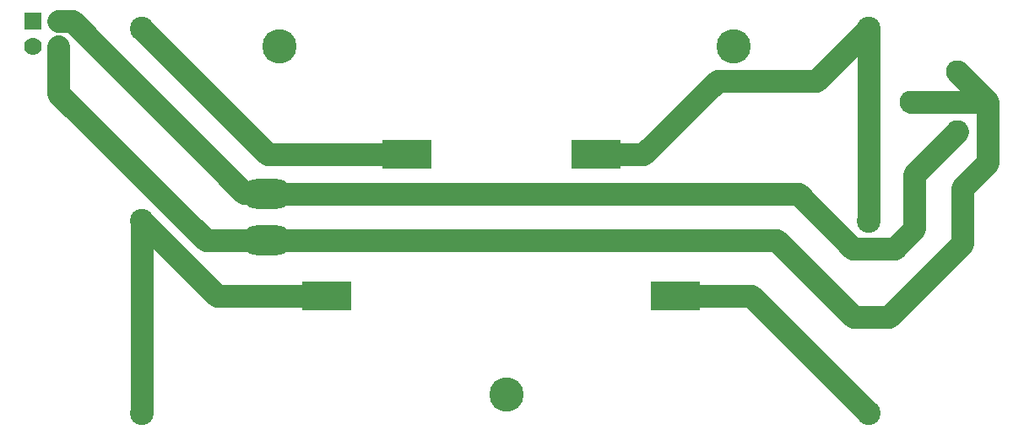
<source format=gbl>
G04*
G04 #@! TF.GenerationSoftware,Altium Limited,Altium Designer,22.0.2 (36)*
G04*
G04 Layer_Physical_Order=2*
G04 Layer_Color=16711680*
%FSLAX25Y25*%
%MOIN*%
G70*
G04*
G04 #@! TF.SameCoordinates,B0134727-A30E-443A-9B04-D8BCE479AFC3*
G04*
G04*
G04 #@! TF.FilePolarity,Positive*
G04*
G01*
G75*
%ADD20C,0.07000*%
%ADD21R,0.07000X0.07000*%
%ADD22C,0.09000*%
%ADD23C,0.09449*%
%ADD24C,0.13543*%
%ADD25C,0.13543*%
%ADD26O,0.19685X0.11811*%
%ADD27R,0.19685X0.11811*%
%ADD28C,0.09000*%
D20*
X20000Y165000D02*
D03*
Y175000D02*
D03*
X10000Y165000D02*
D03*
D21*
Y175000D02*
D03*
D22*
X375000Y155000D02*
D03*
Y131378D02*
D03*
X356496Y143189D02*
D03*
D23*
X52809Y96300D02*
D03*
X339816D02*
D03*
Y20316D02*
D03*
X52809D02*
D03*
X339816Y172284D02*
D03*
X52809D02*
D03*
D24*
X196923Y27450D02*
D03*
D25*
X286490Y165246D02*
D03*
X107356D02*
D03*
D26*
X102280Y106744D02*
D03*
X102280Y88500D02*
D03*
D27*
X232202Y122500D02*
D03*
X157398D02*
D03*
X125902Y66500D02*
D03*
X263698D02*
D03*
D28*
X387000Y119000D02*
Y143189D01*
X384780Y145410D02*
X387000Y143189D01*
X384591Y145410D02*
X384780D01*
X377000Y109000D02*
X387000Y119000D01*
X375000Y155000D02*
X384591Y145410D01*
X356496Y143189D02*
X387000D01*
X375000Y131378D02*
X375000D01*
X358037Y114416D02*
X375000Y131378D01*
X358037Y93037D02*
Y114416D01*
X377000Y87000D02*
Y109000D01*
X348000Y58000D02*
X377000Y87000D01*
X350299Y85299D02*
X358037Y93037D01*
X333701Y85299D02*
X350299D01*
X312256Y106744D02*
X333701Y85299D01*
X339817Y96300D02*
Y172284D01*
X334000Y58000D02*
X348000D01*
X303500Y88500D02*
X334000Y58000D01*
X102280Y106744D02*
X312256D01*
X101742Y107282D02*
X102280Y106744D01*
X78100Y88500D02*
X303500D01*
X293632Y66500D02*
X339817Y20316D01*
X263698Y66500D02*
X293632D01*
X52809Y20316D02*
Y96300D01*
X20000Y146600D02*
X78100Y88500D01*
X20000Y146600D02*
Y165000D01*
X25400Y175000D02*
X93118Y107282D01*
X101742D01*
X20000Y175000D02*
X25400D01*
X102593Y122500D02*
X157398D01*
X52809Y172284D02*
X102593Y122500D01*
X319132Y151600D02*
X339817Y172284D01*
X280100Y151600D02*
X319132D01*
X251000Y122500D02*
X280100Y151600D01*
X232202Y122500D02*
X251000D01*
X82609Y66500D02*
X125902D01*
X52809Y96300D02*
X82609Y66500D01*
M02*

</source>
